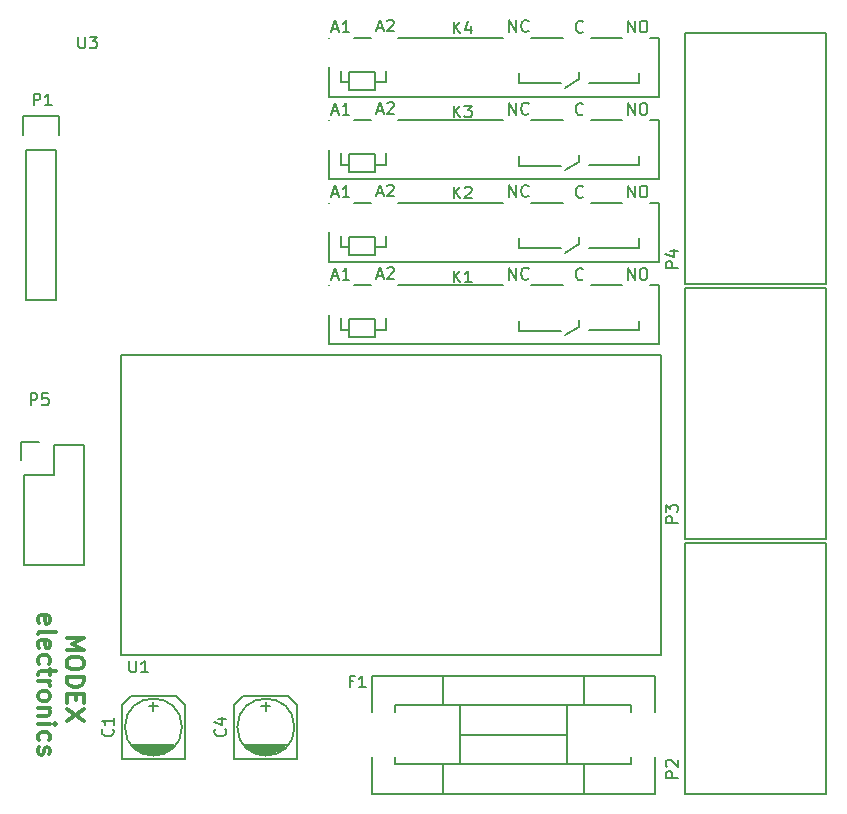
<source format=gto>
G04 #@! TF.FileFunction,Legend,Top*
%FSLAX46Y46*%
G04 Gerber Fmt 4.6, Leading zero omitted, Abs format (unit mm)*
G04 Created by KiCad (PCBNEW 4.0.2+e4-6225~38~ubuntu14.04.1-stable) date Thu 21 Jul 2016 05:34:04 PM CEST*
%MOMM*%
G01*
G04 APERTURE LIST*
%ADD10C,0.100000*%
%ADD11C,0.300000*%
%ADD12C,0.150000*%
G04 APERTURE END LIST*
D10*
D11*
X179337429Y-134684000D02*
X180837429Y-134684000D01*
X179766000Y-135184000D01*
X180837429Y-135684000D01*
X179337429Y-135684000D01*
X180837429Y-136684000D02*
X180837429Y-136969714D01*
X180766000Y-137112572D01*
X180623143Y-137255429D01*
X180337429Y-137326857D01*
X179837429Y-137326857D01*
X179551714Y-137255429D01*
X179408857Y-137112572D01*
X179337429Y-136969714D01*
X179337429Y-136684000D01*
X179408857Y-136541143D01*
X179551714Y-136398286D01*
X179837429Y-136326857D01*
X180337429Y-136326857D01*
X180623143Y-136398286D01*
X180766000Y-136541143D01*
X180837429Y-136684000D01*
X179337429Y-137969715D02*
X180837429Y-137969715D01*
X180837429Y-138326858D01*
X180766000Y-138541143D01*
X180623143Y-138684001D01*
X180480286Y-138755429D01*
X180194571Y-138826858D01*
X179980286Y-138826858D01*
X179694571Y-138755429D01*
X179551714Y-138684001D01*
X179408857Y-138541143D01*
X179337429Y-138326858D01*
X179337429Y-137969715D01*
X180123143Y-139469715D02*
X180123143Y-139969715D01*
X179337429Y-140184001D02*
X179337429Y-139469715D01*
X180837429Y-139469715D01*
X180837429Y-140184001D01*
X180837429Y-140684001D02*
X179337429Y-141684001D01*
X180837429Y-141684001D02*
X179337429Y-140684001D01*
X177008857Y-133434000D02*
X176937429Y-133291143D01*
X176937429Y-133005429D01*
X177008857Y-132862572D01*
X177151714Y-132791143D01*
X177723143Y-132791143D01*
X177866000Y-132862572D01*
X177937429Y-133005429D01*
X177937429Y-133291143D01*
X177866000Y-133434000D01*
X177723143Y-133505429D01*
X177580286Y-133505429D01*
X177437429Y-132791143D01*
X176937429Y-134362572D02*
X177008857Y-134219714D01*
X177151714Y-134148286D01*
X178437429Y-134148286D01*
X177008857Y-135505428D02*
X176937429Y-135362571D01*
X176937429Y-135076857D01*
X177008857Y-134934000D01*
X177151714Y-134862571D01*
X177723143Y-134862571D01*
X177866000Y-134934000D01*
X177937429Y-135076857D01*
X177937429Y-135362571D01*
X177866000Y-135505428D01*
X177723143Y-135576857D01*
X177580286Y-135576857D01*
X177437429Y-134862571D01*
X177008857Y-136862571D02*
X176937429Y-136719714D01*
X176937429Y-136434000D01*
X177008857Y-136291142D01*
X177080286Y-136219714D01*
X177223143Y-136148285D01*
X177651714Y-136148285D01*
X177794571Y-136219714D01*
X177866000Y-136291142D01*
X177937429Y-136434000D01*
X177937429Y-136719714D01*
X177866000Y-136862571D01*
X177937429Y-137291142D02*
X177937429Y-137862571D01*
X178437429Y-137505428D02*
X177151714Y-137505428D01*
X177008857Y-137576856D01*
X176937429Y-137719714D01*
X176937429Y-137862571D01*
X176937429Y-138362571D02*
X177937429Y-138362571D01*
X177651714Y-138362571D02*
X177794571Y-138433999D01*
X177866000Y-138505428D01*
X177937429Y-138648285D01*
X177937429Y-138791142D01*
X176937429Y-139505428D02*
X177008857Y-139362570D01*
X177080286Y-139291142D01*
X177223143Y-139219713D01*
X177651714Y-139219713D01*
X177794571Y-139291142D01*
X177866000Y-139362570D01*
X177937429Y-139505428D01*
X177937429Y-139719713D01*
X177866000Y-139862570D01*
X177794571Y-139933999D01*
X177651714Y-140005428D01*
X177223143Y-140005428D01*
X177080286Y-139933999D01*
X177008857Y-139862570D01*
X176937429Y-139719713D01*
X176937429Y-139505428D01*
X177937429Y-140648285D02*
X176937429Y-140648285D01*
X177794571Y-140648285D02*
X177866000Y-140719713D01*
X177937429Y-140862571D01*
X177937429Y-141076856D01*
X177866000Y-141219713D01*
X177723143Y-141291142D01*
X176937429Y-141291142D01*
X176937429Y-142005428D02*
X177937429Y-142005428D01*
X178437429Y-142005428D02*
X178366000Y-141933999D01*
X178294571Y-142005428D01*
X178366000Y-142076856D01*
X178437429Y-142005428D01*
X178294571Y-142005428D01*
X177008857Y-143362571D02*
X176937429Y-143219714D01*
X176937429Y-142934000D01*
X177008857Y-142791142D01*
X177080286Y-142719714D01*
X177223143Y-142648285D01*
X177651714Y-142648285D01*
X177794571Y-142719714D01*
X177866000Y-142791142D01*
X177937429Y-142934000D01*
X177937429Y-143219714D01*
X177866000Y-143362571D01*
X177008857Y-143933999D02*
X176937429Y-144076856D01*
X176937429Y-144362571D01*
X177008857Y-144505428D01*
X177151714Y-144576856D01*
X177223143Y-144576856D01*
X177366000Y-144505428D01*
X177437429Y-144362571D01*
X177437429Y-144148285D01*
X177508857Y-144005428D01*
X177651714Y-143933999D01*
X177723143Y-143933999D01*
X177866000Y-144005428D01*
X177937429Y-144148285D01*
X177937429Y-144362571D01*
X177866000Y-144505428D01*
D12*
X186055000Y-144526000D02*
X187452000Y-144526000D01*
X185801000Y-144399000D02*
X187579000Y-144399000D01*
X185420000Y-144272000D02*
X187960000Y-144272000D01*
X188087000Y-144145000D02*
X185293000Y-144145000D01*
X185166000Y-144018000D02*
X188214000Y-144018000D01*
X188341000Y-143891000D02*
X185039000Y-143891000D01*
X184912000Y-143764000D02*
X188468000Y-143764000D01*
X184023000Y-144907000D02*
X184023000Y-140335000D01*
X184023000Y-140335000D02*
X184785000Y-139573000D01*
X184785000Y-139573000D02*
X188595000Y-139573000D01*
X188595000Y-139573000D02*
X189357000Y-140335000D01*
X189357000Y-140335000D02*
X189357000Y-144907000D01*
X189357000Y-144907000D02*
X184023000Y-144907000D01*
X186690000Y-140081000D02*
X186690000Y-140843000D01*
X186309000Y-140462000D02*
X187071000Y-140462000D01*
X189103000Y-142240000D02*
G75*
G03X189103000Y-142240000I-2413000J0D01*
G01*
X195580000Y-144526000D02*
X196977000Y-144526000D01*
X195326000Y-144399000D02*
X197104000Y-144399000D01*
X194945000Y-144272000D02*
X197485000Y-144272000D01*
X197612000Y-144145000D02*
X194818000Y-144145000D01*
X194691000Y-144018000D02*
X197739000Y-144018000D01*
X197866000Y-143891000D02*
X194564000Y-143891000D01*
X194437000Y-143764000D02*
X197993000Y-143764000D01*
X193548000Y-144907000D02*
X193548000Y-140335000D01*
X193548000Y-140335000D02*
X194310000Y-139573000D01*
X194310000Y-139573000D02*
X198120000Y-139573000D01*
X198120000Y-139573000D02*
X198882000Y-140335000D01*
X198882000Y-140335000D02*
X198882000Y-144907000D01*
X198882000Y-144907000D02*
X193548000Y-144907000D01*
X196215000Y-140081000D02*
X196215000Y-140843000D01*
X195834000Y-140462000D02*
X196596000Y-140462000D01*
X198628000Y-142240000D02*
G75*
G03X198628000Y-142240000I-2413000J0D01*
G01*
X211170520Y-140375640D02*
X211170520Y-137873740D01*
X211170520Y-147876260D02*
X211170520Y-145374360D01*
X223169480Y-147876260D02*
X223169480Y-145374360D01*
X223169480Y-137873740D02*
X223169480Y-140375640D01*
X212669120Y-142875000D02*
X221670880Y-142875000D01*
X212669120Y-140375640D02*
X212669120Y-145374360D01*
X221670880Y-140375640D02*
X221670880Y-145374360D01*
X227169980Y-140975080D02*
X227169980Y-140375640D01*
X207170020Y-144774920D02*
X207170020Y-145374360D01*
X207170020Y-145374360D02*
X227169980Y-145374360D01*
X227169980Y-145374360D02*
X227169980Y-144774920D01*
X227169980Y-140375640D02*
X207170020Y-140375640D01*
X207170020Y-140375640D02*
X207170020Y-140975080D01*
X229168960Y-140975080D02*
X229168960Y-137873740D01*
X205171040Y-144774920D02*
X205171040Y-147876260D01*
X205171040Y-147876260D02*
X229168960Y-147876260D01*
X229168960Y-147876260D02*
X229168960Y-144774920D01*
X229168960Y-137873740D02*
X205171040Y-137873740D01*
X205171040Y-137873740D02*
X205171040Y-140975080D01*
X178435000Y-93345000D02*
X178435000Y-106045000D01*
X178435000Y-106045000D02*
X175895000Y-106045000D01*
X175895000Y-106045000D02*
X175895000Y-93345000D01*
X178715000Y-90525000D02*
X178715000Y-92075000D01*
X178435000Y-93345000D02*
X175895000Y-93345000D01*
X175615000Y-92075000D02*
X175615000Y-90525000D01*
X175615000Y-90525000D02*
X178715000Y-90525000D01*
X231680000Y-126680000D02*
X243680000Y-126680000D01*
X243680000Y-126680000D02*
X243680000Y-147880000D01*
X243680000Y-147880000D02*
X231680000Y-147880000D01*
X231680000Y-147880000D02*
X231680000Y-126680000D01*
X231680000Y-105090000D02*
X243680000Y-105090000D01*
X243680000Y-105090000D02*
X243680000Y-126290000D01*
X243680000Y-126290000D02*
X231680000Y-126290000D01*
X231680000Y-126290000D02*
X231680000Y-105090000D01*
X231680000Y-83500000D02*
X243680000Y-83500000D01*
X243680000Y-83500000D02*
X243680000Y-104700000D01*
X243680000Y-104700000D02*
X231680000Y-104700000D01*
X231680000Y-104700000D02*
X231680000Y-83500000D01*
X183960000Y-110765000D02*
X183960000Y-136165000D01*
X229660000Y-110765000D02*
X183960000Y-110765000D01*
X229660000Y-136165000D02*
X229660000Y-110765000D01*
X229660000Y-136165000D02*
X183960000Y-136165000D01*
X203217780Y-108595160D02*
X202570080Y-108595160D01*
X202570080Y-108595160D02*
X202570080Y-107645200D01*
X206369920Y-107645200D02*
X206369920Y-108595160D01*
X206369920Y-108595160D02*
X205468220Y-108595160D01*
X205468220Y-108595160D02*
X205468220Y-109245400D01*
X205468220Y-109245400D02*
X203243180Y-109245400D01*
X203243180Y-109245400D02*
X203243180Y-107718860D01*
X203243180Y-107718860D02*
X205468220Y-107718860D01*
X205468220Y-107718860D02*
X205468220Y-108645960D01*
X223565000Y-108645000D02*
X227765000Y-108645000D01*
X227765000Y-108645000D02*
X227765000Y-107845000D01*
X221218760Y-108668820D02*
X217685000Y-108668820D01*
X217685000Y-108645000D02*
X217685000Y-107845000D01*
X222725000Y-107745000D02*
X222725000Y-108345000D01*
X222725000Y-108345000D02*
X221565000Y-109045000D01*
X201518520Y-104845000D02*
X201569320Y-104845000D01*
X228719380Y-104845000D02*
X229519480Y-104845000D01*
X223768920Y-104845000D02*
X226369880Y-104845000D01*
X218668600Y-104845000D02*
X221368620Y-104845000D01*
X215519000Y-104845000D02*
X216319100Y-104845000D01*
X207418940Y-104845000D02*
X215519000Y-104845000D01*
X203669900Y-104845000D02*
X205120240Y-104845000D01*
X229519480Y-104845000D02*
X229519480Y-109845000D01*
X229519480Y-109845000D02*
X201518520Y-109845000D01*
X201518520Y-109845000D02*
X201518520Y-107345480D01*
X203217780Y-101610160D02*
X202570080Y-101610160D01*
X202570080Y-101610160D02*
X202570080Y-100660200D01*
X206369920Y-100660200D02*
X206369920Y-101610160D01*
X206369920Y-101610160D02*
X205468220Y-101610160D01*
X205468220Y-101610160D02*
X205468220Y-102260400D01*
X205468220Y-102260400D02*
X203243180Y-102260400D01*
X203243180Y-102260400D02*
X203243180Y-100733860D01*
X203243180Y-100733860D02*
X205468220Y-100733860D01*
X205468220Y-100733860D02*
X205468220Y-101660960D01*
X223565000Y-101660000D02*
X227765000Y-101660000D01*
X227765000Y-101660000D02*
X227765000Y-100860000D01*
X221218760Y-101683820D02*
X217685000Y-101683820D01*
X217685000Y-101660000D02*
X217685000Y-100860000D01*
X222725000Y-100760000D02*
X222725000Y-101360000D01*
X222725000Y-101360000D02*
X221565000Y-102060000D01*
X201518520Y-97860000D02*
X201569320Y-97860000D01*
X228719380Y-97860000D02*
X229519480Y-97860000D01*
X223768920Y-97860000D02*
X226369880Y-97860000D01*
X218668600Y-97860000D02*
X221368620Y-97860000D01*
X215519000Y-97860000D02*
X216319100Y-97860000D01*
X207418940Y-97860000D02*
X215519000Y-97860000D01*
X203669900Y-97860000D02*
X205120240Y-97860000D01*
X229519480Y-97860000D02*
X229519480Y-102860000D01*
X229519480Y-102860000D02*
X201518520Y-102860000D01*
X201518520Y-102860000D02*
X201518520Y-100360480D01*
X203217780Y-94625160D02*
X202570080Y-94625160D01*
X202570080Y-94625160D02*
X202570080Y-93675200D01*
X206369920Y-93675200D02*
X206369920Y-94625160D01*
X206369920Y-94625160D02*
X205468220Y-94625160D01*
X205468220Y-94625160D02*
X205468220Y-95275400D01*
X205468220Y-95275400D02*
X203243180Y-95275400D01*
X203243180Y-95275400D02*
X203243180Y-93748860D01*
X203243180Y-93748860D02*
X205468220Y-93748860D01*
X205468220Y-93748860D02*
X205468220Y-94675960D01*
X223565000Y-94675000D02*
X227765000Y-94675000D01*
X227765000Y-94675000D02*
X227765000Y-93875000D01*
X221218760Y-94698820D02*
X217685000Y-94698820D01*
X217685000Y-94675000D02*
X217685000Y-93875000D01*
X222725000Y-93775000D02*
X222725000Y-94375000D01*
X222725000Y-94375000D02*
X221565000Y-95075000D01*
X201518520Y-90875000D02*
X201569320Y-90875000D01*
X228719380Y-90875000D02*
X229519480Y-90875000D01*
X223768920Y-90875000D02*
X226369880Y-90875000D01*
X218668600Y-90875000D02*
X221368620Y-90875000D01*
X215519000Y-90875000D02*
X216319100Y-90875000D01*
X207418940Y-90875000D02*
X215519000Y-90875000D01*
X203669900Y-90875000D02*
X205120240Y-90875000D01*
X229519480Y-90875000D02*
X229519480Y-95875000D01*
X229519480Y-95875000D02*
X201518520Y-95875000D01*
X201518520Y-95875000D02*
X201518520Y-93375480D01*
X203217780Y-87640160D02*
X202570080Y-87640160D01*
X202570080Y-87640160D02*
X202570080Y-86690200D01*
X206369920Y-86690200D02*
X206369920Y-87640160D01*
X206369920Y-87640160D02*
X205468220Y-87640160D01*
X205468220Y-87640160D02*
X205468220Y-88290400D01*
X205468220Y-88290400D02*
X203243180Y-88290400D01*
X203243180Y-88290400D02*
X203243180Y-86763860D01*
X203243180Y-86763860D02*
X205468220Y-86763860D01*
X205468220Y-86763860D02*
X205468220Y-87690960D01*
X223565000Y-87690000D02*
X227765000Y-87690000D01*
X227765000Y-87690000D02*
X227765000Y-86890000D01*
X221218760Y-87713820D02*
X217685000Y-87713820D01*
X217685000Y-87690000D02*
X217685000Y-86890000D01*
X222725000Y-86790000D02*
X222725000Y-87390000D01*
X222725000Y-87390000D02*
X221565000Y-88090000D01*
X201518520Y-83890000D02*
X201569320Y-83890000D01*
X228719380Y-83890000D02*
X229519480Y-83890000D01*
X223768920Y-83890000D02*
X226369880Y-83890000D01*
X218668600Y-83890000D02*
X221368620Y-83890000D01*
X215519000Y-83890000D02*
X216319100Y-83890000D01*
X207418940Y-83890000D02*
X215519000Y-83890000D01*
X203669900Y-83890000D02*
X205120240Y-83890000D01*
X229519480Y-83890000D02*
X229519480Y-88890000D01*
X229519480Y-88890000D02*
X201518520Y-88890000D01*
X201518520Y-88890000D02*
X201518520Y-86390480D01*
X175768000Y-120904000D02*
X175768000Y-128524000D01*
X175768000Y-128524000D02*
X180848000Y-128524000D01*
X180848000Y-128524000D02*
X180848000Y-118364000D01*
X180848000Y-118364000D02*
X178308000Y-118364000D01*
X177038000Y-118084000D02*
X175488000Y-118084000D01*
X178308000Y-118364000D02*
X178308000Y-120904000D01*
X178308000Y-120904000D02*
X175768000Y-120904000D01*
X175488000Y-118084000D02*
X175488000Y-119634000D01*
X183237143Y-142406666D02*
X183284762Y-142454285D01*
X183332381Y-142597142D01*
X183332381Y-142692380D01*
X183284762Y-142835238D01*
X183189524Y-142930476D01*
X183094286Y-142978095D01*
X182903810Y-143025714D01*
X182760952Y-143025714D01*
X182570476Y-142978095D01*
X182475238Y-142930476D01*
X182380000Y-142835238D01*
X182332381Y-142692380D01*
X182332381Y-142597142D01*
X182380000Y-142454285D01*
X182427619Y-142406666D01*
X183332381Y-141454285D02*
X183332381Y-142025714D01*
X183332381Y-141740000D02*
X182332381Y-141740000D01*
X182475238Y-141835238D01*
X182570476Y-141930476D01*
X182618095Y-142025714D01*
X192762143Y-142406666D02*
X192809762Y-142454285D01*
X192857381Y-142597142D01*
X192857381Y-142692380D01*
X192809762Y-142835238D01*
X192714524Y-142930476D01*
X192619286Y-142978095D01*
X192428810Y-143025714D01*
X192285952Y-143025714D01*
X192095476Y-142978095D01*
X192000238Y-142930476D01*
X191905000Y-142835238D01*
X191857381Y-142692380D01*
X191857381Y-142597142D01*
X191905000Y-142454285D01*
X191952619Y-142406666D01*
X192190714Y-141549523D02*
X192857381Y-141549523D01*
X191809762Y-141787619D02*
X192524048Y-142025714D01*
X192524048Y-141406666D01*
X203628667Y-138358571D02*
X203295333Y-138358571D01*
X203295333Y-138882381D02*
X203295333Y-137882381D01*
X203771524Y-137882381D01*
X204676286Y-138882381D02*
X204104857Y-138882381D01*
X204390571Y-138882381D02*
X204390571Y-137882381D01*
X204295333Y-138025238D01*
X204200095Y-138120476D01*
X204104857Y-138168095D01*
X176553905Y-89606381D02*
X176553905Y-88606381D01*
X176934858Y-88606381D01*
X177030096Y-88654000D01*
X177077715Y-88701619D01*
X177125334Y-88796857D01*
X177125334Y-88939714D01*
X177077715Y-89034952D01*
X177030096Y-89082571D01*
X176934858Y-89130190D01*
X176553905Y-89130190D01*
X178077715Y-89606381D02*
X177506286Y-89606381D01*
X177792000Y-89606381D02*
X177792000Y-88606381D01*
X177696762Y-88749238D01*
X177601524Y-88844476D01*
X177506286Y-88892095D01*
X180340095Y-83780381D02*
X180340095Y-84589905D01*
X180387714Y-84685143D01*
X180435333Y-84732762D01*
X180530571Y-84780381D01*
X180721048Y-84780381D01*
X180816286Y-84732762D01*
X180863905Y-84685143D01*
X180911524Y-84589905D01*
X180911524Y-83780381D01*
X181292476Y-83780381D02*
X181911524Y-83780381D01*
X181578190Y-84161333D01*
X181721048Y-84161333D01*
X181816286Y-84208952D01*
X181863905Y-84256571D01*
X181911524Y-84351810D01*
X181911524Y-84589905D01*
X181863905Y-84685143D01*
X181816286Y-84732762D01*
X181721048Y-84780381D01*
X181435333Y-84780381D01*
X181340095Y-84732762D01*
X181292476Y-84685143D01*
X231084381Y-146534095D02*
X230084381Y-146534095D01*
X230084381Y-146153142D01*
X230132000Y-146057904D01*
X230179619Y-146010285D01*
X230274857Y-145962666D01*
X230417714Y-145962666D01*
X230512952Y-146010285D01*
X230560571Y-146057904D01*
X230608190Y-146153142D01*
X230608190Y-146534095D01*
X230179619Y-145581714D02*
X230132000Y-145534095D01*
X230084381Y-145438857D01*
X230084381Y-145200761D01*
X230132000Y-145105523D01*
X230179619Y-145057904D01*
X230274857Y-145010285D01*
X230370095Y-145010285D01*
X230512952Y-145057904D01*
X231084381Y-145629333D01*
X231084381Y-145010285D01*
X231084381Y-124944095D02*
X230084381Y-124944095D01*
X230084381Y-124563142D01*
X230132000Y-124467904D01*
X230179619Y-124420285D01*
X230274857Y-124372666D01*
X230417714Y-124372666D01*
X230512952Y-124420285D01*
X230560571Y-124467904D01*
X230608190Y-124563142D01*
X230608190Y-124944095D01*
X230084381Y-124039333D02*
X230084381Y-123420285D01*
X230465333Y-123753619D01*
X230465333Y-123610761D01*
X230512952Y-123515523D01*
X230560571Y-123467904D01*
X230655810Y-123420285D01*
X230893905Y-123420285D01*
X230989143Y-123467904D01*
X231036762Y-123515523D01*
X231084381Y-123610761D01*
X231084381Y-123896476D01*
X231036762Y-123991714D01*
X230989143Y-124039333D01*
X231084381Y-103354095D02*
X230084381Y-103354095D01*
X230084381Y-102973142D01*
X230132000Y-102877904D01*
X230179619Y-102830285D01*
X230274857Y-102782666D01*
X230417714Y-102782666D01*
X230512952Y-102830285D01*
X230560571Y-102877904D01*
X230608190Y-102973142D01*
X230608190Y-103354095D01*
X230417714Y-101925523D02*
X231084381Y-101925523D01*
X230036762Y-102163619D02*
X230751048Y-102401714D01*
X230751048Y-101782666D01*
X184658095Y-136612381D02*
X184658095Y-137421905D01*
X184705714Y-137517143D01*
X184753333Y-137564762D01*
X184848571Y-137612381D01*
X185039048Y-137612381D01*
X185134286Y-137564762D01*
X185181905Y-137517143D01*
X185229524Y-137421905D01*
X185229524Y-136612381D01*
X186229524Y-137612381D02*
X185658095Y-137612381D01*
X185943809Y-137612381D02*
X185943809Y-136612381D01*
X185848571Y-136755238D01*
X185753333Y-136850476D01*
X185658095Y-136898095D01*
X212113905Y-104592381D02*
X212113905Y-103592381D01*
X212685334Y-104592381D02*
X212256762Y-104020952D01*
X212685334Y-103592381D02*
X212113905Y-104163810D01*
X213637715Y-104592381D02*
X213066286Y-104592381D01*
X213352000Y-104592381D02*
X213352000Y-103592381D01*
X213256762Y-103735238D01*
X213161524Y-103830476D01*
X213066286Y-103878095D01*
X205630714Y-104014567D02*
X206106905Y-104014567D01*
X205535476Y-104300281D02*
X205868809Y-103300281D01*
X206202143Y-104300281D01*
X206487857Y-103395519D02*
X206535476Y-103347900D01*
X206630714Y-103300281D01*
X206868810Y-103300281D01*
X206964048Y-103347900D01*
X207011667Y-103395519D01*
X207059286Y-103490757D01*
X207059286Y-103585995D01*
X207011667Y-103728852D01*
X206440238Y-104300281D01*
X207059286Y-104300281D01*
X201850714Y-104062827D02*
X202326905Y-104062827D01*
X201755476Y-104348541D02*
X202088809Y-103348541D01*
X202422143Y-104348541D01*
X203279286Y-104348541D02*
X202707857Y-104348541D01*
X202993571Y-104348541D02*
X202993571Y-103348541D01*
X202898333Y-103491398D01*
X202803095Y-103586636D01*
X202707857Y-103634255D01*
X216831326Y-104348541D02*
X216831326Y-103348541D01*
X217402755Y-104348541D01*
X217402755Y-103348541D01*
X218450374Y-104253303D02*
X218402755Y-104300922D01*
X218259898Y-104348541D01*
X218164660Y-104348541D01*
X218021802Y-104300922D01*
X217926564Y-104205684D01*
X217878945Y-104110446D01*
X217831326Y-103919970D01*
X217831326Y-103777112D01*
X217878945Y-103586636D01*
X217926564Y-103491398D01*
X218021802Y-103396160D01*
X218164660Y-103348541D01*
X218259898Y-103348541D01*
X218402755Y-103396160D01*
X218450374Y-103443779D01*
X226858296Y-104373941D02*
X226858296Y-103373941D01*
X227429725Y-104373941D01*
X227429725Y-103373941D01*
X228096391Y-103373941D02*
X228286868Y-103373941D01*
X228382106Y-103421560D01*
X228477344Y-103516798D01*
X228524963Y-103707274D01*
X228524963Y-104040608D01*
X228477344Y-104231084D01*
X228382106Y-104326322D01*
X228286868Y-104373941D01*
X228096391Y-104373941D01*
X228001153Y-104326322D01*
X227905915Y-104231084D01*
X227858296Y-104040608D01*
X227858296Y-103707274D01*
X227905915Y-103516798D01*
X228001153Y-103421560D01*
X228096391Y-103373941D01*
X223052284Y-104301563D02*
X223004665Y-104349182D01*
X222861808Y-104396801D01*
X222766570Y-104396801D01*
X222623712Y-104349182D01*
X222528474Y-104253944D01*
X222480855Y-104158706D01*
X222433236Y-103968230D01*
X222433236Y-103825372D01*
X222480855Y-103634896D01*
X222528474Y-103539658D01*
X222623712Y-103444420D01*
X222766570Y-103396801D01*
X222861808Y-103396801D01*
X223004665Y-103444420D01*
X223052284Y-103492039D01*
X212113905Y-97480381D02*
X212113905Y-96480381D01*
X212685334Y-97480381D02*
X212256762Y-96908952D01*
X212685334Y-96480381D02*
X212113905Y-97051810D01*
X213066286Y-96575619D02*
X213113905Y-96528000D01*
X213209143Y-96480381D01*
X213447239Y-96480381D01*
X213542477Y-96528000D01*
X213590096Y-96575619D01*
X213637715Y-96670857D01*
X213637715Y-96766095D01*
X213590096Y-96908952D01*
X213018667Y-97480381D01*
X213637715Y-97480381D01*
X205630714Y-97029567D02*
X206106905Y-97029567D01*
X205535476Y-97315281D02*
X205868809Y-96315281D01*
X206202143Y-97315281D01*
X206487857Y-96410519D02*
X206535476Y-96362900D01*
X206630714Y-96315281D01*
X206868810Y-96315281D01*
X206964048Y-96362900D01*
X207011667Y-96410519D01*
X207059286Y-96505757D01*
X207059286Y-96600995D01*
X207011667Y-96743852D01*
X206440238Y-97315281D01*
X207059286Y-97315281D01*
X201850714Y-97077827D02*
X202326905Y-97077827D01*
X201755476Y-97363541D02*
X202088809Y-96363541D01*
X202422143Y-97363541D01*
X203279286Y-97363541D02*
X202707857Y-97363541D01*
X202993571Y-97363541D02*
X202993571Y-96363541D01*
X202898333Y-96506398D01*
X202803095Y-96601636D01*
X202707857Y-96649255D01*
X216831326Y-97363541D02*
X216831326Y-96363541D01*
X217402755Y-97363541D01*
X217402755Y-96363541D01*
X218450374Y-97268303D02*
X218402755Y-97315922D01*
X218259898Y-97363541D01*
X218164660Y-97363541D01*
X218021802Y-97315922D01*
X217926564Y-97220684D01*
X217878945Y-97125446D01*
X217831326Y-96934970D01*
X217831326Y-96792112D01*
X217878945Y-96601636D01*
X217926564Y-96506398D01*
X218021802Y-96411160D01*
X218164660Y-96363541D01*
X218259898Y-96363541D01*
X218402755Y-96411160D01*
X218450374Y-96458779D01*
X226858296Y-97388941D02*
X226858296Y-96388941D01*
X227429725Y-97388941D01*
X227429725Y-96388941D01*
X228096391Y-96388941D02*
X228286868Y-96388941D01*
X228382106Y-96436560D01*
X228477344Y-96531798D01*
X228524963Y-96722274D01*
X228524963Y-97055608D01*
X228477344Y-97246084D01*
X228382106Y-97341322D01*
X228286868Y-97388941D01*
X228096391Y-97388941D01*
X228001153Y-97341322D01*
X227905915Y-97246084D01*
X227858296Y-97055608D01*
X227858296Y-96722274D01*
X227905915Y-96531798D01*
X228001153Y-96436560D01*
X228096391Y-96388941D01*
X223052284Y-97316563D02*
X223004665Y-97364182D01*
X222861808Y-97411801D01*
X222766570Y-97411801D01*
X222623712Y-97364182D01*
X222528474Y-97268944D01*
X222480855Y-97173706D01*
X222433236Y-96983230D01*
X222433236Y-96840372D01*
X222480855Y-96649896D01*
X222528474Y-96554658D01*
X222623712Y-96459420D01*
X222766570Y-96411801D01*
X222861808Y-96411801D01*
X223004665Y-96459420D01*
X223052284Y-96507039D01*
X212113905Y-90622381D02*
X212113905Y-89622381D01*
X212685334Y-90622381D02*
X212256762Y-90050952D01*
X212685334Y-89622381D02*
X212113905Y-90193810D01*
X213018667Y-89622381D02*
X213637715Y-89622381D01*
X213304381Y-90003333D01*
X213447239Y-90003333D01*
X213542477Y-90050952D01*
X213590096Y-90098571D01*
X213637715Y-90193810D01*
X213637715Y-90431905D01*
X213590096Y-90527143D01*
X213542477Y-90574762D01*
X213447239Y-90622381D01*
X213161524Y-90622381D01*
X213066286Y-90574762D01*
X213018667Y-90527143D01*
X205630714Y-90044567D02*
X206106905Y-90044567D01*
X205535476Y-90330281D02*
X205868809Y-89330281D01*
X206202143Y-90330281D01*
X206487857Y-89425519D02*
X206535476Y-89377900D01*
X206630714Y-89330281D01*
X206868810Y-89330281D01*
X206964048Y-89377900D01*
X207011667Y-89425519D01*
X207059286Y-89520757D01*
X207059286Y-89615995D01*
X207011667Y-89758852D01*
X206440238Y-90330281D01*
X207059286Y-90330281D01*
X201850714Y-90092827D02*
X202326905Y-90092827D01*
X201755476Y-90378541D02*
X202088809Y-89378541D01*
X202422143Y-90378541D01*
X203279286Y-90378541D02*
X202707857Y-90378541D01*
X202993571Y-90378541D02*
X202993571Y-89378541D01*
X202898333Y-89521398D01*
X202803095Y-89616636D01*
X202707857Y-89664255D01*
X216831326Y-90378541D02*
X216831326Y-89378541D01*
X217402755Y-90378541D01*
X217402755Y-89378541D01*
X218450374Y-90283303D02*
X218402755Y-90330922D01*
X218259898Y-90378541D01*
X218164660Y-90378541D01*
X218021802Y-90330922D01*
X217926564Y-90235684D01*
X217878945Y-90140446D01*
X217831326Y-89949970D01*
X217831326Y-89807112D01*
X217878945Y-89616636D01*
X217926564Y-89521398D01*
X218021802Y-89426160D01*
X218164660Y-89378541D01*
X218259898Y-89378541D01*
X218402755Y-89426160D01*
X218450374Y-89473779D01*
X226858296Y-90403941D02*
X226858296Y-89403941D01*
X227429725Y-90403941D01*
X227429725Y-89403941D01*
X228096391Y-89403941D02*
X228286868Y-89403941D01*
X228382106Y-89451560D01*
X228477344Y-89546798D01*
X228524963Y-89737274D01*
X228524963Y-90070608D01*
X228477344Y-90261084D01*
X228382106Y-90356322D01*
X228286868Y-90403941D01*
X228096391Y-90403941D01*
X228001153Y-90356322D01*
X227905915Y-90261084D01*
X227858296Y-90070608D01*
X227858296Y-89737274D01*
X227905915Y-89546798D01*
X228001153Y-89451560D01*
X228096391Y-89403941D01*
X223052284Y-90331563D02*
X223004665Y-90379182D01*
X222861808Y-90426801D01*
X222766570Y-90426801D01*
X222623712Y-90379182D01*
X222528474Y-90283944D01*
X222480855Y-90188706D01*
X222433236Y-89998230D01*
X222433236Y-89855372D01*
X222480855Y-89664896D01*
X222528474Y-89569658D01*
X222623712Y-89474420D01*
X222766570Y-89426801D01*
X222861808Y-89426801D01*
X223004665Y-89474420D01*
X223052284Y-89522039D01*
X212113905Y-83510381D02*
X212113905Y-82510381D01*
X212685334Y-83510381D02*
X212256762Y-82938952D01*
X212685334Y-82510381D02*
X212113905Y-83081810D01*
X213542477Y-82843714D02*
X213542477Y-83510381D01*
X213304381Y-82462762D02*
X213066286Y-83177048D01*
X213685334Y-83177048D01*
X205630714Y-83059567D02*
X206106905Y-83059567D01*
X205535476Y-83345281D02*
X205868809Y-82345281D01*
X206202143Y-83345281D01*
X206487857Y-82440519D02*
X206535476Y-82392900D01*
X206630714Y-82345281D01*
X206868810Y-82345281D01*
X206964048Y-82392900D01*
X207011667Y-82440519D01*
X207059286Y-82535757D01*
X207059286Y-82630995D01*
X207011667Y-82773852D01*
X206440238Y-83345281D01*
X207059286Y-83345281D01*
X201850714Y-83107827D02*
X202326905Y-83107827D01*
X201755476Y-83393541D02*
X202088809Y-82393541D01*
X202422143Y-83393541D01*
X203279286Y-83393541D02*
X202707857Y-83393541D01*
X202993571Y-83393541D02*
X202993571Y-82393541D01*
X202898333Y-82536398D01*
X202803095Y-82631636D01*
X202707857Y-82679255D01*
X216831326Y-83393541D02*
X216831326Y-82393541D01*
X217402755Y-83393541D01*
X217402755Y-82393541D01*
X218450374Y-83298303D02*
X218402755Y-83345922D01*
X218259898Y-83393541D01*
X218164660Y-83393541D01*
X218021802Y-83345922D01*
X217926564Y-83250684D01*
X217878945Y-83155446D01*
X217831326Y-82964970D01*
X217831326Y-82822112D01*
X217878945Y-82631636D01*
X217926564Y-82536398D01*
X218021802Y-82441160D01*
X218164660Y-82393541D01*
X218259898Y-82393541D01*
X218402755Y-82441160D01*
X218450374Y-82488779D01*
X226858296Y-83418941D02*
X226858296Y-82418941D01*
X227429725Y-83418941D01*
X227429725Y-82418941D01*
X228096391Y-82418941D02*
X228286868Y-82418941D01*
X228382106Y-82466560D01*
X228477344Y-82561798D01*
X228524963Y-82752274D01*
X228524963Y-83085608D01*
X228477344Y-83276084D01*
X228382106Y-83371322D01*
X228286868Y-83418941D01*
X228096391Y-83418941D01*
X228001153Y-83371322D01*
X227905915Y-83276084D01*
X227858296Y-83085608D01*
X227858296Y-82752274D01*
X227905915Y-82561798D01*
X228001153Y-82466560D01*
X228096391Y-82418941D01*
X223052284Y-83346563D02*
X223004665Y-83394182D01*
X222861808Y-83441801D01*
X222766570Y-83441801D01*
X222623712Y-83394182D01*
X222528474Y-83298944D01*
X222480855Y-83203706D01*
X222433236Y-83013230D01*
X222433236Y-82870372D01*
X222480855Y-82679896D01*
X222528474Y-82584658D01*
X222623712Y-82489420D01*
X222766570Y-82441801D01*
X222861808Y-82441801D01*
X223004665Y-82489420D01*
X223052284Y-82537039D01*
X176299905Y-114986381D02*
X176299905Y-113986381D01*
X176680858Y-113986381D01*
X176776096Y-114034000D01*
X176823715Y-114081619D01*
X176871334Y-114176857D01*
X176871334Y-114319714D01*
X176823715Y-114414952D01*
X176776096Y-114462571D01*
X176680858Y-114510190D01*
X176299905Y-114510190D01*
X177776096Y-113986381D02*
X177299905Y-113986381D01*
X177252286Y-114462571D01*
X177299905Y-114414952D01*
X177395143Y-114367333D01*
X177633239Y-114367333D01*
X177728477Y-114414952D01*
X177776096Y-114462571D01*
X177823715Y-114557810D01*
X177823715Y-114795905D01*
X177776096Y-114891143D01*
X177728477Y-114938762D01*
X177633239Y-114986381D01*
X177395143Y-114986381D01*
X177299905Y-114938762D01*
X177252286Y-114891143D01*
M02*

</source>
